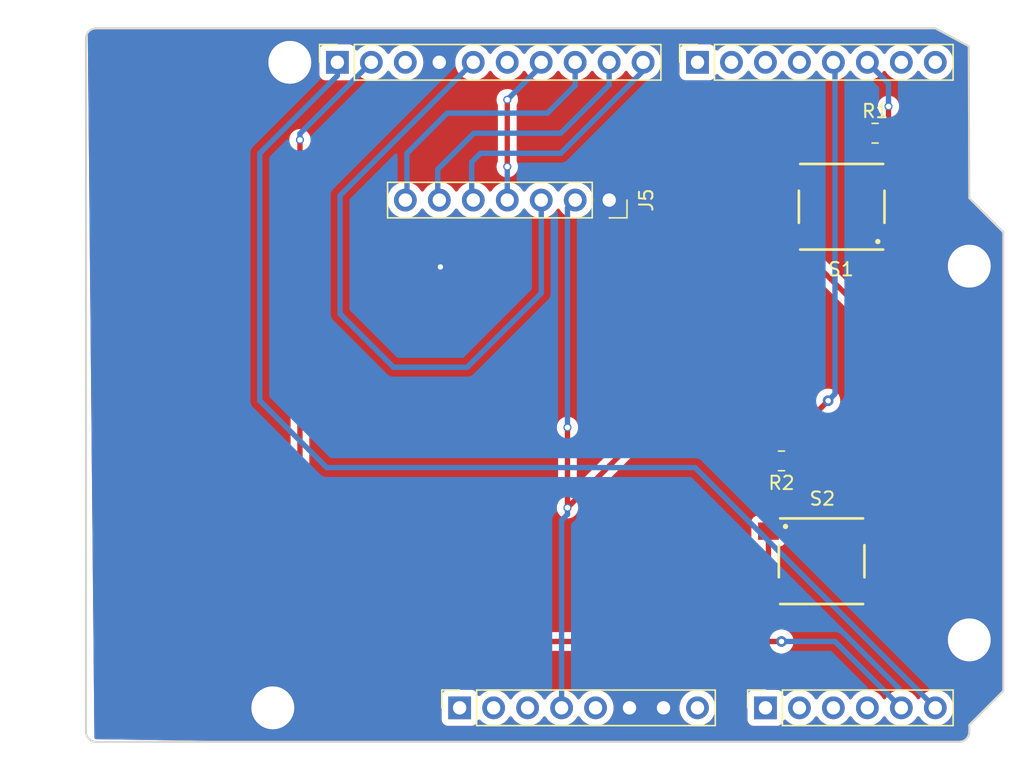
<source format=kicad_pcb>
(kicad_pcb (version 20241229) (generator "pcbnew") (generator_version "9.0")
  (title_block (date "mar. 31 mars 2015"))
  (layers (0 "F.Cu" signal) (2 "B.Cu" signal) (13 "F.Paste" user) (15 "B.Paste" user) (5 "F.SilkS" user "F.Silkscreen") (7 "B.SilkS" user "B.Silkscreen") (1 "F.Mask" user) (3 "B.Mask" user) (25 "Edge.Cuts" user))
  (net 0 "")
  (net 1 "GND")
  (net 4 "/IOREF")
  (net 5 "/A0")
  (net 6 "/A1")
  (net 7 "/A2")
  (net 8 "/A3")
  (net 9 "/SDA{slash}A4")
  (net 10 "/SCL{slash}A5")
  (net 12 "/12")
  (net 13 "/AREF")
  (net 14 "SPI_MOSI")
  (net 15 "/7")
  (net 16 "SPI_SCK")
  (net 17 "OLED_CS")
  (net 18 "OLED_RES")
  (net 19 "/4")
  (net 20 "OLED_DC")
  (net 21 "/*6")
  (net 22 "/*5")
  (net 23 "/TX{slash}1")
  (net 24 "BTN_RX")
  (net 25 "/RX{slash}0")
  (net 26 "+3V3")
  (net 27 "BTN_TX")
  (net 28 "/~{RESET}")
  (footprint "Connector_PinSocket_2.54mm:PinSocket_1x08_P2.54mm_Vertical" (layer "F.Cu") (at 127.94 97.46 90)
    (property "Reference" "J1" (hide yes))
    (property "Value" "Power")
    (fp_line (start 1.33 -1.33) (end 1.33 0) (stroke (width 0.12)) (layer "F.SilkS"))
    (fp_line (start 0 -1.33) (end 1.33 -1.33) (stroke (width 0.12)) (layer "F.SilkS"))
    (fp_line (start 1.33 1.27) (end 1.33 19.11) (stroke (width 0.12)) (layer "F.SilkS"))
    (fp_line (start -1.33 1.27) (end 1.33 1.27) (stroke (width 0.12)) (layer "F.SilkS"))
    (fp_line (start -1.33 1.27) (end -1.33 19.11) (stroke (width 0.12)) (layer "F.SilkS"))
    (fp_line (start -1.33 19.11) (end 1.33 19.11) (stroke (width 0.12)) (layer "F.SilkS"))
    (pad "1" thru_hole rect (at 0 0 90) (size 1.7 1.7) (drill 1) (layers "*.Cu" "*.Mask"))
    (pad "2" thru_hole oval (at 0 2.54 90) (size 1.7 1.7) (drill 1) (layers "*.Cu" "*.Mask") (net 4 "/IOREF"))
    (pad "3" thru_hole oval (at 0 5.08 90) (size 1.7 1.7) (drill 1) (layers "*.Cu" "*.Mask") (net 28 "/~{RESET}"))
    (pad "4" thru_hole oval (at 0 7.62 90) (size 1.7 1.7) (drill 1) (layers "*.Cu" "*.Mask") (net 26 "+3V3"))
    (pad "5" thru_hole oval (at 0 10.16 90) (size 1.7 1.7) (drill 1) (layers "*.Cu" "*.Mask"))
    (pad "6" thru_hole oval (at 0 12.7 90) (size 1.7 1.7) (drill 1) (layers "*.Cu" "*.Mask") (net 1 "GND"))
    (pad "7" thru_hole oval (at 0 15.24 90) (size 1.7 1.7) (drill 1) (layers "*.Cu" "*.Mask") (net 1 "GND"))
    (pad "8" thru_hole oval (at 0 17.78 90) (size 1.7 1.7) (drill 1) (layers "*.Cu" "*.Mask"))
  )
  (footprint "Connector_PinSocket_2.54mm:PinSocket_1x06_P2.54mm_Vertical" (layer "F.Cu") (at 150.8 97.46 90)
    (property "Reference" "J3" (hide yes))
    (property "Value" "Analog")
    (fp_line (start 1.33 -1.33) (end 1.33 0) (stroke (width 0.12)) (layer "F.SilkS"))
    (fp_line (start 0 -1.33) (end 1.33 -1.33) (stroke (width 0.12)) (layer "F.SilkS"))
    (fp_line (start 1.33 1.27) (end 1.33 14.03) (stroke (width 0.12)) (layer "F.SilkS"))
    (fp_line (start -1.33 1.27) (end 1.33 1.27) (stroke (width 0.12)) (layer "F.SilkS"))
    (fp_line (start -1.33 1.27) (end -1.33 14.03) (stroke (width 0.12)) (layer "F.SilkS"))
    (fp_line (start -1.33 14.03) (end 1.33 14.03) (stroke (width 0.12)) (layer "F.SilkS"))
    (pad "1" thru_hole rect (at 0 0 90) (size 1.7 1.7) (drill 1) (layers "*.Cu" "*.Mask") (net 5 "/A0"))
    (pad "2" thru_hole oval (at 0 2.54 90) (size 1.7 1.7) (drill 1) (layers "*.Cu" "*.Mask") (net 6 "/A1"))
    (pad "3" thru_hole oval (at 0 5.08 90) (size 1.7 1.7) (drill 1) (layers "*.Cu" "*.Mask") (net 7 "/A2"))
    (pad "4" thru_hole oval (at 0 7.62 90) (size 1.7 1.7) (drill 1) (layers "*.Cu" "*.Mask") (net 8 "/A3"))
    (pad "5" thru_hole oval (at 0 10.16 90) (size 1.7 1.7) (drill 1) (layers "*.Cu" "*.Mask") (net 9 "/SDA{slash}A4"))
    (pad "6" thru_hole oval (at 0 12.7 90) (size 1.7 1.7) (drill 1) (layers "*.Cu" "*.Mask") (net 10 "/SCL{slash}A5"))
  )
  (footprint "Connector_PinSocket_2.54mm:PinSocket_1x10_P2.54mm_Vertical" (layer "F.Cu") (at 118.796 49.2 90)
    (property "Reference" "J2" (hide yes))
    (property "Value" "Digital/PWM")
    (fp_line (start 1.33 -1.33) (end 1.33 0) (stroke (width 0.12)) (layer "F.SilkS"))
    (fp_line (start 0 -1.33) (end 1.33 -1.33) (stroke (width 0.12)) (layer "F.SilkS"))
    (fp_line (start 1.33 1.27) (end 1.33 24.19) (stroke (width 0.12)) (layer "F.SilkS"))
    (fp_line (start -1.33 1.27) (end 1.33 1.27) (stroke (width 0.12)) (layer "F.SilkS"))
    (fp_line (start -1.33 1.27) (end -1.33 24.19) (stroke (width 0.12)) (layer "F.SilkS"))
    (fp_line (start -1.33 24.19) (end 1.33 24.19) (stroke (width 0.12)) (layer "F.SilkS"))
    (pad "1" thru_hole rect (at 0 0 90) (size 1.7 1.7) (drill 1) (layers "*.Cu" "*.Mask") (net 10 "/SCL{slash}A5"))
    (pad "2" thru_hole oval (at 0 2.54 90) (size 1.7 1.7) (drill 1) (layers "*.Cu" "*.Mask") (net 9 "/SDA{slash}A4"))
    (pad "3" thru_hole oval (at 0 5.08 90) (size 1.7 1.7) (drill 1) (layers "*.Cu" "*.Mask") (net 13 "/AREF"))
    (pad "4" thru_hole oval (at 0 7.62 90) (size 1.7 1.7) (drill 1) (layers "*.Cu" "*.Mask") (net 1 "GND"))
    (pad "5" thru_hole oval (at 0 10.16 90) (size 1.7 1.7) (drill 1) (layers "*.Cu" "*.Mask") (net 16 "SPI_SCK"))
    (pad "6" thru_hole oval (at 0 12.7 90) (size 1.7 1.7) (drill 1) (layers "*.Cu" "*.Mask") (net 12 "/12"))
    (pad "7" thru_hole oval (at 0 15.24 90) (size 1.7 1.7) (drill 1) (layers "*.Cu" "*.Mask") (net 14 "SPI_MOSI"))
    (pad "8" thru_hole oval (at 0 17.78 90) (size 1.7 1.7) (drill 1) (layers "*.Cu" "*.Mask") (net 17 "OLED_CS"))
    (pad "9" thru_hole oval (at 0 20.32 90) (size 1.7 1.7) (drill 1) (layers "*.Cu" "*.Mask") (net 20 "OLED_DC"))
    (pad "10" thru_hole oval (at 0 22.86 90) (size 1.7 1.7) (drill 1) (layers "*.Cu" "*.Mask") (net 18 "OLED_RES"))
  )
  (footprint "Connector_PinSocket_2.54mm:PinSocket_1x08_P2.54mm_Vertical" (layer "F.Cu") (at 145.72 49.2 90)
    (property "Reference" "J4" (hide yes))
    (property "Value" "Digital/PWM")
    (fp_line (start 1.33 -1.33) (end 1.33 0) (stroke (width 0.12)) (layer "F.SilkS"))
    (fp_line (start 0 -1.33) (end 1.33 -1.33) (stroke (width 0.12)) (layer "F.SilkS"))
    (fp_line (start 1.33 1.27) (end 1.33 19.11) (stroke (width 0.12)) (layer "F.SilkS"))
    (fp_line (start -1.33 1.27) (end 1.33 1.27) (stroke (width 0.12)) (layer "F.SilkS"))
    (fp_line (start -1.33 1.27) (end -1.33 19.11) (stroke (width 0.12)) (layer "F.SilkS"))
    (fp_line (start -1.33 19.11) (end 1.33 19.11) (stroke (width 0.12)) (layer "F.SilkS"))
    (pad "1" thru_hole rect (at 0 0 90) (size 1.7 1.7) (drill 1) (layers "*.Cu" "*.Mask") (net 15 "/7"))
    (pad "2" thru_hole oval (at 0 2.54 90) (size 1.7 1.7) (drill 1) (layers "*.Cu" "*.Mask") (net 21 "/*6"))
    (pad "3" thru_hole oval (at 0 5.08 90) (size 1.7 1.7) (drill 1) (layers "*.Cu" "*.Mask") (net 22 "/*5"))
    (pad "4" thru_hole oval (at 0 7.62 90) (size 1.7 1.7) (drill 1) (layers "*.Cu" "*.Mask") (net 19 "/4"))
    (pad "5" thru_hole oval (at 0 10.16 90) (size 1.7 1.7) (drill 1) (layers "*.Cu" "*.Mask") (net 27 "BTN_TX"))
    (pad "6" thru_hole oval (at 0 12.7 90) (size 1.7 1.7) (drill 1) (layers "*.Cu" "*.Mask") (net 24 "BTN_RX"))
    (pad "7" thru_hole oval (at 0 15.24 90) (size 1.7 1.7) (drill 1) (layers "*.Cu" "*.Mask") (net 23 "/TX{slash}1"))
    (pad "8" thru_hole oval (at 0 17.78 90) (size 1.7 1.7) (drill 1) (layers "*.Cu" "*.Mask") (net 25 "/RX{slash}0"))
  )
  (footprint "Resistor_SMD:R_0805_2012Metric_Pad1.20x1.40mm_HandSolder" (layer "F.Cu") (at 152 79 180)
    (property "Reference" "R2" (at 0 -1.65 180) (layer "F.SilkS"))
    (property "Value" "10k")
    (fp_line (start -0.227064 0.735) (end 0.227064 0.735) (stroke (width 0.12)) (layer "F.SilkS"))
    (fp_line (start -0.227064 -0.735) (end 0.227064 -0.735) (stroke (width 0.12)) (layer "F.SilkS"))
    (pad "1" smd roundrect (at -1 0 180) (size 1.2 1.4) (layers "F.Cu" "F.Mask" "F.Paste") (roundrect_rratio 0.208333) (net 1 "GND"))
    (pad "2" smd roundrect (at 1 0 180) (size 1.2 1.4) (layers "F.Cu" "F.Mask" "F.Paste") (roundrect_rratio 0.208333) (net 27 "BTN_TX"))
  )
  (footprint "430182070816 (2):430182070816" (layer "F.Cu") (at 156.5 60 180)
    (property "Reference" "S1" (at 0.053 -4.6759 180) (layer "F.SilkS"))
    (property "Value" "430182070816")
    (fp_line (start 3.2 1.2) (end 3.2 -1.2) (stroke (width 0.2)) (layer "F.SilkS"))
    (fp_line (start 3.1 3.2) (end -3.1 3.2) (stroke (width 0.2)) (layer "F.SilkS"))
    (fp_line (start -3.1 -3.2) (end 3.1 -3.2) (stroke (width 0.2)) (layer "F.SilkS"))
    (fp_line (start -3.2 -1.2) (end -3.2 1.2) (stroke (width 0.2)) (layer "F.SilkS"))
    (fp_circle (center -2.7 -2.6) (end -2.6 -2.6) (stroke (width 0.2)) (fill no) (layer "F.SilkS"))
    (pad "1" smd rect (at -3.975 -2.25 180) (size 1.55 1.3) (layers "F.Cu" "F.Mask" "F.Paste") (net 24 "BTN_RX"))
    (pad "2" smd rect (at -3.975 2.25 180) (size 1.55 1.3) (layers "F.Cu" "F.Mask" "F.Paste") (net 24 "BTN_RX"))
    (pad "3" smd rect (at 3.975 -2.25 180) (size 1.55 1.3) (layers "F.Cu" "F.Mask" "F.Paste") (net 26 "+3V3"))
    (pad "4" smd rect (at 3.975 2.25 180) (size 1.55 1.3) (layers "F.Cu" "F.Mask" "F.Paste") (net 26 "+3V3"))
  )
  (footprint "Arduino_MountingHole:MountingHole_3.2mm" (layer "F.Cu") (at 115.24 49.2)
    (property "Reference" "MH1" (hide yes))
    (property "Value" "MountingHole_3.2mm" (hide yes))
    (pad "" np_thru_hole circle (at 0 0) (size 3.2 3.2) (drill 3.2) (layers "*.Cu" "*.Mask"))
  )
  (footprint "430182070816 (2):430182070816" (layer "F.Cu") (at 155 86.5)
    (property "Reference" "S2" (at 0.053 -4.6759 0) (layer "F.SilkS"))
    (property "Value" "430182070816")
    (fp_line (start -3.2 -1.2) (end -3.2 1.2) (stroke (width 0.2)) (layer "F.SilkS"))
    (fp_line (start -3.1 -3.2) (end 3.1 -3.2) (stroke (width 0.2)) (layer "F.SilkS"))
    (fp_line (start 3.1 3.2) (end -3.1 3.2) (stroke (width 0.2)) (layer "F.SilkS"))
    (fp_line (start 3.2 1.2) (end 3.2 -1.2) (stroke (width 0.2)) (layer "F.SilkS"))
    (fp_circle (center -2.7 -2.6) (end -2.6 -2.6) (stroke (width 0.2)) (fill no) (layer "F.SilkS"))
    (pad "1" smd rect (at -3.975 -2.25) (size 1.55 1.3) (layers "F.Cu" "F.Mask" "F.Paste") (net 27 "BTN_TX"))
    (pad "2" smd rect (at -3.975 2.25) (size 1.55 1.3) (layers "F.Cu" "F.Mask" "F.Paste") (net 27 "BTN_TX"))
    (pad "3" smd rect (at 3.975 -2.25) (size 1.55 1.3) (layers "F.Cu" "F.Mask" "F.Paste") (net 26 "+3V3"))
    (pad "4" smd rect (at 3.975 2.25) (size 1.55 1.3) (layers "F.Cu" "F.Mask" "F.Paste") (net 26 "+3V3"))
  )
  (footprint "Resistor_SMD:R_0805_2012Metric_Pad1.20x1.40mm_HandSolder" (layer "F.Cu") (at 159 54.5)
    (property "Reference" "R1" (at 0 -1.65 0) (layer "F.SilkS"))
    (property "Value" "10k")
    (fp_line (start -0.227064 -0.735) (end 0.227064 -0.735) (stroke (width 0.12)) (layer "F.SilkS"))
    (fp_line (start -0.227064 0.735) (end 0.227064 0.735) (stroke (width 0.12)) (layer "F.SilkS"))
    (pad "1" smd roundrect (at -1 0) (size 1.2 1.4) (layers "F.Cu" "F.Mask" "F.Paste") (roundrect_rratio 0.208333) (net 1 "GND"))
    (pad "2" smd roundrect (at 1 0) (size 1.2 1.4) (layers "F.Cu" "F.Mask" "F.Paste") (roundrect_rratio 0.208333) (net 24 "BTN_RX"))
  )
  (footprint "Arduino_MountingHole:MountingHole_3.2mm" (layer "F.Cu") (at 113.97 97.46)
    (property "Reference" "MH2" (hide yes))
    (property "Value" "MountingHole_3.2mm" (hide yes))
    (pad "" np_thru_hole circle (at 0 0) (size 3.2 3.2) (drill 3.2) (layers "*.Cu" "*.Mask"))
  )
  (footprint "Arduino_MountingHole:MountingHole_3.2mm" (layer "F.Cu") (at 166.04 64.44)
    (property "Reference" "MH3" (hide yes))
    (property "Value" "MountingHole_3.2mm" (hide yes))
    (pad "" np_thru_hole circle (at 0 0) (size 3.2 3.2) (drill 3.2) (layers "*.Cu" "*.Mask"))
  )
  (footprint "Arduino_MountingHole:MountingHole_3.2mm" (layer "F.Cu") (at 166.04 92.38)
    (property "Reference" "MH4" (hide yes))
    (property "Value" "MountingHole_3.2mm" (hide yes))
    (pad "" np_thru_hole circle (at 0 0) (size 3.2 3.2) (drill 3.2) (layers "*.Cu" "*.Mask"))
  )
  (footprint "Connector_PinSocket_2.54mm:PinSocket_1x07_P2.54mm_Vertical" (layer "F.Cu") (at 139.12 59.5 -90)
    (property "Reference" "J5" (at 0 -2.77 90) (layer "F.SilkS"))
    (property "Value" "Conn_01x07_Socket")
    (fp_line (start -1.33 16.57) (end 1.33 16.57) (stroke (width 0.12)) (layer "F.SilkS"))
    (fp_line (start -1.33 1.27) (end -1.33 16.57) (stroke (width 0.12)) (layer "F.SilkS"))
    (fp_line (start -1.33 1.27) (end 1.33 1.27) (stroke (width 0.12)) (layer "F.SilkS"))
    (fp_line (start 1.33 1.27) (end 1.33 16.57) (stroke (width 0.12)) (layer "F.SilkS"))
    (fp_line (start 0 -1.33) (end 1.33 -1.33) (stroke (width 0.12)) (layer "F.SilkS"))
    (fp_line (start 1.33 -1.33) (end 1.33 0) (stroke (width 0.12)) (layer "F.SilkS"))
    (pad "1" thru_hole rect (at 0 0 270) (size 1.7 1.7) (drill 1) (layers "*.Cu" "*.Mask") (net 1 "GND"))
    (pad "2" thru_hole circle (at 0 2.54 270) (size 1.7 1.7) (drill 1) (layers "*.Cu" "*.Mask") (net 26 "+3V3"))
    (pad "3" thru_hole circle (at 0 5.08 270) (size 1.7 1.7) (drill 1) (layers "*.Cu" "*.Mask") (net 16 "SPI_SCK"))
    (pad "4" thru_hole circle (at 0 7.62 270) (size 1.7 1.7) (drill 1) (layers "*.Cu" "*.Mask") (net 14 "SPI_MOSI"))
    (pad "5" thru_hole circle (at 0 10.16 270) (size 1.7 1.7) (drill 1) (layers "*.Cu" "*.Mask") (net 18 "OLED_RES"))
    (pad "6" thru_hole circle (at 0 12.7 270) (size 1.7 1.7) (drill 1) (layers "*.Cu" "*.Mask") (net 20 "OLED_DC"))
    (pad "7" thru_hole circle (at 0 15.24 270) (size 1.7 1.7) (drill 1) (layers "*.Cu" "*.Mask") (net 17 "OLED_CS"))
  )
  (gr_line (start 166.04 59.36) (end 168.58 61.9) (stroke (width 0.15)) (layer "Edge.Cuts"))
  (gr_line (start 100 99.238) (end 100 47.422) (stroke (width 0.15)) (layer "Edge.Cuts"))
  (gr_line (start 163.5 46.66) (end 166 48) (stroke (width 0.15)) (layer "Edge.Cuts"))
  (gr_line (start 168.58 61.9) (end 168.58 96.19) (stroke (width 0.15)) (layer "Edge.Cuts"))
  (gr_line (start 165.278 100) (end 100.762 100) (stroke (width 0.15)) (layer "Edge.Cuts"))
  (gr_line (start 100.762 46.66) (end 163.5 46.66) (stroke (width 0.15)) (layer "Edge.Cuts"))
  (gr_arc (start 100.762 100) (mid 100.223185 99.776815) (end 100 99.238) (stroke (width 0.15)) (layer "Edge.Cuts"))
  (gr_line (start 168.58 96.19) (end 166.04 98.73) (stroke (width 0.15)) (layer "Edge.Cuts"))
  (gr_arc (start 166.04 99.238) (mid 165.816815 99.776815) (end 165.278 100) (stroke (width 0.15)) (layer "Edge.Cuts"))
  (gr_line (start 166.04 98.73) (end 166.04 99.238) (stroke (width 0.15)) (layer "Edge.Cuts"))
  (gr_line (start 166 48) (end 166.04 59.36) (stroke (width 0.15)) (layer "Edge.Cuts"))
  (gr_arc (start 100 47.422) (mid 100.223185 46.883185) (end 100.762 46.66) (stroke (width 0.15)) (layer "Edge.Cuts"))
  (via (at 126.5 64.5) (size 0.6) (drill 0.4) (layers "F.Cu" "B.Cu") (net 1))
  (segment (start 122 92.5) (end 116 86.5) (width 0.4) (layer "F.Cu") (net 9))
  (segment (start 152 92.5) (end 122 92.5) (width 0.4) (layer "F.Cu") (net 9))
  (segment (start 116 86.5) (end 116 55) (width 0.4) (layer "F.Cu") (net 9))
  (segment (start 121.336 49.664) (end 121.336 49.2) (width 0.4) (layer "F.Cu") (net 9))
  (via (at 152 92.5) (size 0.8) (drill 0.4) (layers "F.Cu" "B.Cu") (net 9))
  (via (at 116 55) (size 0.6) (drill 0.4) (layers "F.Cu" "B.Cu") (net 9))
  (segment (start 152 92.5) (end 156 92.5) (width 0.4) (layer "B.Cu") (net 9))
  (segment (start 116 54.536) (end 116 55) (width 0.4) (layer "B.Cu") (net 9))
  (segment (start 121.336 49.2) (end 116 54.536) (width 0.4) (layer "B.Cu") (net 9))
  (segment (start 156 92.5) (end 160.96 97.46) (width 0.4) (layer "B.Cu") (net 9))
  (segment (start 113 74.5) (end 118 79.5) (width 0.4) (layer "B.Cu") (net 10))
  (segment (start 145.54 79.5) (end 163.5 97.46) (width 0.4) (layer "B.Cu") (net 10))
  (segment (start 118.796 49.2) (end 118.796 50.204) (width 0.4) (layer "B.Cu") (net 10))
  (segment (start 118 79.5) (end 145.54 79.5) (width 0.4) (layer "B.Cu") (net 10))
  (segment (start 113 56) (end 113 74.5) (width 0.4) (layer "B.Cu") (net 10))
  (segment (start 118.796 50.204) (end 113 56) (width 0.4) (layer "B.Cu") (net 10))
  (segment (start 131.5 52) (end 131.5 57) (width 0.4) (layer "F.Cu") (net 14))
  (via (at 131.5 57) (size 0.6) (drill 0.4) (layers "F.Cu" "B.Cu") (net 14))
  (via (at 131.5 52) (size 0.6) (drill 0.4) (layers "F.Cu" "B.Cu") (net 14))
  (segment (start 131.5 57) (end 131.5 59.5) (width 0.4) (layer "B.Cu") (net 14))
  (segment (start 131.5 52) (end 134.036 49.464) (width 0.4) (layer "B.Cu") (net 14))
  (segment (start 134.036 49.464) (end 134.036 49.2) (width 0.4) (layer "B.Cu") (net 14))
  (segment (start 134.04 59.5) (end 134.04 66.46) (width 0.4) (layer "B.Cu") (net 16))
  (segment (start 119 68) (end 123 72) (width 0.4) (layer "B.Cu") (net 16))
  (segment (start 128.956 49.2) (end 119 59.156) (width 0.4) (layer "B.Cu") (net 16))
  (segment (start 128.5 72) (end 134.04 66.46) (width 0.4) (layer "B.Cu") (net 16))
  (segment (start 119 59.156) (end 119 68) (width 0.4) (layer "B.Cu") (net 16))
  (segment (start 123 72) (end 128.5 72) (width 0.4) (layer "B.Cu") (net 16))
  (segment (start 136.576 50.924) (end 136.576 49.2) (width 0.4) (layer "B.Cu") (net 17))
  (segment (start 127 53) (end 134.5 53) (width 0.4) (layer "B.Cu") (net 17))
  (segment (start 134.5 53) (end 136.576 50.924) (width 0.4) (layer "B.Cu") (net 17))
  (segment (start 123.88 59.5) (end 124 59.38) (width 0.4) (layer "B.Cu") (net 17))
  (segment (start 124 59.38) (end 124 56) (width 0.4) (layer "B.Cu") (net 17))
  (segment (start 124 56) (end 127 53) (width 0.4) (layer "B.Cu") (net 17))
  (segment (start 128.84 59.38) (end 128.84 56.66) (width 0.4) (layer "B.Cu") (net 18))
  (segment (start 128.96 59.5) (end 128.84 59.38) (width 0.4) (layer "B.Cu") (net 18))
  (segment (start 135.5 56) (end 141.656 49.844) (width 0.4) (layer "B.Cu") (net 18))
  (segment (start 141.656 49.844) (end 141.656 49.2) (width 0.4) (layer "B.Cu") (net 18))
  (segment (start 128.84 56.66) (end 129.5 56) (width 0.4) (layer "B.Cu") (net 18))
  (segment (start 129.5 56) (end 135.5 56) (width 0.4) (layer "B.Cu") (net 18))
  (segment (start 129 54.5) (end 135.5 54.5) (width 0.4) (layer "B.Cu") (net 20))
  (segment (start 139.116 50.884) (end 139.116 49.2) (width 0.4) (layer "B.Cu") (net 20))
  (segment (start 126.3 57.2) (end 129 54.5) (width 0.4) (layer "B.Cu") (net 20))
  (segment (start 126.3 59.38) (end 126.3 57.2) (width 0.4) (layer "B.Cu") (net 20))
  (segment (start 135.5 54.5) (end 139.116 50.884) (width 0.4) (layer "B.Cu") (net 20))
  (segment (start 126.42 59.5) (end 126.3 59.38) (width 0.4) (layer "B.Cu") (net 20))
  (segment (start 160.475 57.75) (end 160.475 62.25) (width 0.4) (layer "F.Cu") (net 24))
  (segment (start 160 54.5) (end 160 55) (width 0.4) (layer "F.Cu") (net 24))
  (segment (start 160 55) (end 160.475 55.475) (width 0.4) (layer "F.Cu") (net 24))
  (segment (start 160 52.5) (end 160 54.5) (width 0.4) (layer "F.Cu") (net 24))
  (segment (start 160.475 55.475) (end 160.475 57.75) (width 0.4) (layer "F.Cu") (net 24))
  (via (at 160 52.5) (size 0.6) (drill 0.4) (layers "F.Cu" "B.Cu") (net 24))
  (segment (start 160 50.78) (end 160 52.5) (width 0.4) (layer "B.Cu") (net 24))
  (segment (start 158.42 49.2) (end 160 50.78) (width 0.4) (layer "B.Cu") (net 24))
  (segment (start 158.975 84.25) (end 158.975 68.7) (width 0.4) (layer "F.Cu") (net 26))
  (segment (start 158.975 88.75) (end 158.975 84.25) (width 0.4) (layer "F.Cu") (net 26))
  (segment (start 152.525 57.75) (end 152.525 62.25) (width 0.4) (layer "F.Cu") (net 26))
  (segment (start 135.46 97.46) (end 135.56 97.46) (width 0.4) (layer "F.Cu") (net 26))
  (segment (start 158.975 68.7) (end 152.525 62.25) (width 0.4) (layer "F.Cu") (net 26))
  (segment (start 136 76.5) (end 136 82.5) (width 0.4) (layer "F.Cu") (net 26))
  (segment (start 152.525 65.975) (end 136 82.5) (width 0.4) (layer "F.Cu") (net 26))
  (segment (start 152.525 62.25) (end 152.525 65.975) (width 0.4) (layer "F.Cu") (net 26))
  (via (at 136 82.5) (size 0.6) (drill 0.4) (layers "F.Cu" "B.Cu") (net 26))
  (via (at 136 76.5) (size 0.6) (drill 0.4) (layers "F.Cu" "B.Cu") (net 26))
  (segment (start 136 82.5) (end 136 83) (width 0.4) (layer "B.Cu") (net 26))
  (segment (start 136 60.08) (end 136 76.5) (width 0.4) (layer "B.Cu") (net 26))
  (segment (start 135.56 83.44) (end 135.56 97.46) (width 0.4) (layer "B.Cu") (net 26))
  (segment (start 136 83) (end 135.56 83.44) (width 0.4) (layer "B.Cu") (net 26))
  (segment (start 136.58 59.5) (end 136 60.08) (width 0.4) (layer "B.Cu") (net 26))
  (segment (start 150.9075 84.1325) (end 151.025 84.25) (width 0.4) (layer "F.Cu") (net 27))
  (segment (start 151.025 84.25) (end 151.025 88.75) (width 0.4) (layer "F.Cu") (net 27))
  (segment (start 151.0925 79) (end 151.0925 84.1825) (width 0.4) (layer "F.Cu") (net 27))
  (segment (start 155.489 74.5) (end 150.989 79) (width 0.4) (layer "F.Cu") (net 27))
  (segment (start 151.0925 84.1825) (end 151.025 84.25) (width 0.4) (layer "F.Cu") (net 27))
  (via (at 155.489 74.5) (size 0.8) (drill 0.4) (layers "F.Cu" "B.Cu") (net 27))
  (segment (start 155.489 74.5) (end 156 73.989) (width 0.4) (layer "B.Cu") (net 27))
  (segment (start 156 49.32) (end 155.88 49.2) (width 0.4) (layer "B.Cu") (net 27))
  (segment (start 156 73.989) (end 156 49.32) (width 0.4) (layer "B.Cu") (net 27))
  (zone (net 1) (net_name "GND") (layers "F.Cu" "B.Cu") (connect_pads yes (clearance 0.5)) (min_thickness 0.25) (fill yes (thermal_gap 0.5) (thermal_bridge_width 0.5))
    (polygon (pts (xy 100.13441 46.5) (xy 168.13441 46.5) (xy 170.13441 100.8) (xy 100.63441 99.8)))
  )
)
</source>
